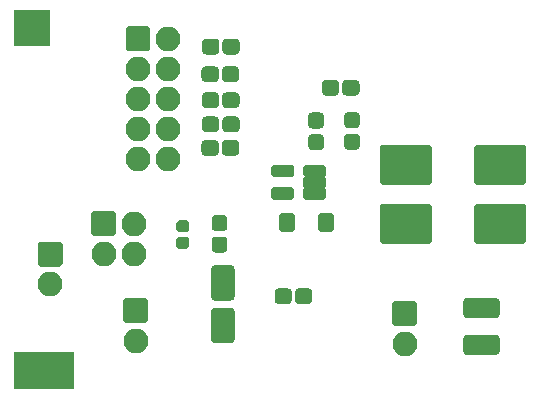
<source format=gbr>
%TF.GenerationSoftware,KiCad,Pcbnew,(5.1.10)-1*%
%TF.CreationDate,2021-10-08T19:19:36+02:00*%
%TF.ProjectId,board,626f6172-642e-46b6-9963-61645f706362,rev?*%
%TF.SameCoordinates,Original*%
%TF.FileFunction,Soldermask,Top*%
%TF.FilePolarity,Negative*%
%FSLAX46Y46*%
G04 Gerber Fmt 4.6, Leading zero omitted, Abs format (unit mm)*
G04 Created by KiCad (PCBNEW (5.1.10)-1) date 2021-10-08 19:19:36*
%MOMM*%
%LPD*%
G01*
G04 APERTURE LIST*
%ADD10C,0.100000*%
%ADD11O,2.100000X2.100000*%
G04 APERTURE END LIST*
D10*
G36*
X76000000Y-78000000D02*
G01*
X73000000Y-78000000D01*
X73000000Y-75000000D01*
X76000000Y-75000000D01*
X76000000Y-78000000D01*
G37*
X76000000Y-78000000D02*
X73000000Y-78000000D01*
X73000000Y-75000000D01*
X76000000Y-75000000D01*
X76000000Y-78000000D01*
G36*
X78000000Y-107000000D02*
G01*
X73000000Y-107000000D01*
X73000000Y-104000000D01*
X78000000Y-104000000D01*
X78000000Y-107000000D01*
G37*
X78000000Y-107000000D02*
X73000000Y-107000000D01*
X73000000Y-104000000D01*
X78000000Y-104000000D01*
X78000000Y-107000000D01*
%TO.C,C9*%
G36*
G01*
X113824531Y-104225000D02*
X111375469Y-104225000D01*
G75*
G02*
X111050000Y-103899531I0J325469D01*
G01*
X111050000Y-102825469D01*
G75*
G02*
X111375469Y-102500000I325469J0D01*
G01*
X113824531Y-102500000D01*
G75*
G02*
X114150000Y-102825469I0J-325469D01*
G01*
X114150000Y-103899531D01*
G75*
G02*
X113824531Y-104225000I-325469J0D01*
G01*
G37*
G36*
G01*
X113824531Y-101100000D02*
X111375469Y-101100000D01*
G75*
G02*
X111050000Y-100774531I0J325469D01*
G01*
X111050000Y-99700469D01*
G75*
G02*
X111375469Y-99375000I325469J0D01*
G01*
X113824531Y-99375000D01*
G75*
G02*
X114150000Y-99700469I0J-325469D01*
G01*
X114150000Y-100774531D01*
G75*
G02*
X113824531Y-101100000I-325469J0D01*
G01*
G37*
%TD*%
%TO.C,C1*%
G36*
G01*
X90012500Y-96610000D02*
X91387500Y-96610000D01*
G75*
G02*
X91700000Y-96922500I0J-312500D01*
G01*
X91700000Y-99297500D01*
G75*
G02*
X91387500Y-99610000I-312500J0D01*
G01*
X90012500Y-99610000D01*
G75*
G02*
X89700000Y-99297500I0J312500D01*
G01*
X89700000Y-96922500D01*
G75*
G02*
X90012500Y-96610000I312500J0D01*
G01*
G37*
G36*
G01*
X90012500Y-100210000D02*
X91387500Y-100210000D01*
G75*
G02*
X91700000Y-100522500I0J-312500D01*
G01*
X91700000Y-102897500D01*
G75*
G02*
X91387500Y-103210000I-312500J0D01*
G01*
X90012500Y-103210000D01*
G75*
G02*
X89700000Y-102897500I0J312500D01*
G01*
X89700000Y-100522500D01*
G75*
G02*
X90012500Y-100210000I312500J0D01*
G01*
G37*
%TD*%
%TO.C,C2*%
G36*
G01*
X92140000Y-77762500D02*
X92140000Y-78437500D01*
G75*
G02*
X91802500Y-78775000I-337500J0D01*
G01*
X91002500Y-78775000D01*
G75*
G02*
X90665000Y-78437500I0J337500D01*
G01*
X90665000Y-77762500D01*
G75*
G02*
X91002500Y-77425000I337500J0D01*
G01*
X91802500Y-77425000D01*
G75*
G02*
X92140000Y-77762500I0J-337500D01*
G01*
G37*
G36*
G01*
X90415000Y-77762500D02*
X90415000Y-78437500D01*
G75*
G02*
X90077500Y-78775000I-337500J0D01*
G01*
X89277500Y-78775000D01*
G75*
G02*
X88940000Y-78437500I0J337500D01*
G01*
X88940000Y-77762500D01*
G75*
G02*
X89277500Y-77425000I337500J0D01*
G01*
X90077500Y-77425000D01*
G75*
G02*
X90415000Y-77762500I0J-337500D01*
G01*
G37*
%TD*%
%TO.C,C3*%
G36*
G01*
X92090000Y-80102500D02*
X92090000Y-80777500D01*
G75*
G02*
X91752500Y-81115000I-337500J0D01*
G01*
X90952500Y-81115000D01*
G75*
G02*
X90615000Y-80777500I0J337500D01*
G01*
X90615000Y-80102500D01*
G75*
G02*
X90952500Y-79765000I337500J0D01*
G01*
X91752500Y-79765000D01*
G75*
G02*
X92090000Y-80102500I0J-337500D01*
G01*
G37*
G36*
G01*
X90365000Y-80102500D02*
X90365000Y-80777500D01*
G75*
G02*
X90027500Y-81115000I-337500J0D01*
G01*
X89227500Y-81115000D01*
G75*
G02*
X88890000Y-80777500I0J337500D01*
G01*
X88890000Y-80102500D01*
G75*
G02*
X89227500Y-79765000I337500J0D01*
G01*
X90027500Y-79765000D01*
G75*
G02*
X90365000Y-80102500I0J-337500D01*
G01*
G37*
%TD*%
%TO.C,C4*%
G36*
G01*
X92120000Y-82312500D02*
X92120000Y-82987500D01*
G75*
G02*
X91782500Y-83325000I-337500J0D01*
G01*
X90982500Y-83325000D01*
G75*
G02*
X90645000Y-82987500I0J337500D01*
G01*
X90645000Y-82312500D01*
G75*
G02*
X90982500Y-81975000I337500J0D01*
G01*
X91782500Y-81975000D01*
G75*
G02*
X92120000Y-82312500I0J-337500D01*
G01*
G37*
G36*
G01*
X90395000Y-82312500D02*
X90395000Y-82987500D01*
G75*
G02*
X90057500Y-83325000I-337500J0D01*
G01*
X89257500Y-83325000D01*
G75*
G02*
X88920000Y-82987500I0J337500D01*
G01*
X88920000Y-82312500D01*
G75*
G02*
X89257500Y-81975000I337500J0D01*
G01*
X90057500Y-81975000D01*
G75*
G02*
X90395000Y-82312500I0J-337500D01*
G01*
G37*
%TD*%
%TO.C,C5*%
G36*
G01*
X90395000Y-84352500D02*
X90395000Y-85027500D01*
G75*
G02*
X90057500Y-85365000I-337500J0D01*
G01*
X89257500Y-85365000D01*
G75*
G02*
X88920000Y-85027500I0J337500D01*
G01*
X88920000Y-84352500D01*
G75*
G02*
X89257500Y-84015000I337500J0D01*
G01*
X90057500Y-84015000D01*
G75*
G02*
X90395000Y-84352500I0J-337500D01*
G01*
G37*
G36*
G01*
X92120000Y-84352500D02*
X92120000Y-85027500D01*
G75*
G02*
X91782500Y-85365000I-337500J0D01*
G01*
X90982500Y-85365000D01*
G75*
G02*
X90645000Y-85027500I0J337500D01*
G01*
X90645000Y-84352500D01*
G75*
G02*
X90982500Y-84015000I337500J0D01*
G01*
X91782500Y-84015000D01*
G75*
G02*
X92120000Y-84352500I0J-337500D01*
G01*
G37*
%TD*%
%TO.C,C6*%
G36*
G01*
X92090000Y-86342500D02*
X92090000Y-87017500D01*
G75*
G02*
X91752500Y-87355000I-337500J0D01*
G01*
X90952500Y-87355000D01*
G75*
G02*
X90615000Y-87017500I0J337500D01*
G01*
X90615000Y-86342500D01*
G75*
G02*
X90952500Y-86005000I337500J0D01*
G01*
X91752500Y-86005000D01*
G75*
G02*
X92090000Y-86342500I0J-337500D01*
G01*
G37*
G36*
G01*
X90365000Y-86342500D02*
X90365000Y-87017500D01*
G75*
G02*
X90027500Y-87355000I-337500J0D01*
G01*
X89227500Y-87355000D01*
G75*
G02*
X88890000Y-87017500I0J337500D01*
G01*
X88890000Y-86342500D01*
G75*
G02*
X89227500Y-86005000I337500J0D01*
G01*
X90027500Y-86005000D01*
G75*
G02*
X90365000Y-86342500I0J-337500D01*
G01*
G37*
%TD*%
%TO.C,C7*%
G36*
G01*
X96805000Y-99577500D02*
X96805000Y-98902500D01*
G75*
G02*
X97142500Y-98565000I337500J0D01*
G01*
X97942500Y-98565000D01*
G75*
G02*
X98280000Y-98902500I0J-337500D01*
G01*
X98280000Y-99577500D01*
G75*
G02*
X97942500Y-99915000I-337500J0D01*
G01*
X97142500Y-99915000D01*
G75*
G02*
X96805000Y-99577500I0J337500D01*
G01*
G37*
G36*
G01*
X95080000Y-99577500D02*
X95080000Y-98902500D01*
G75*
G02*
X95417500Y-98565000I337500J0D01*
G01*
X96217500Y-98565000D01*
G75*
G02*
X96555000Y-98902500I0J-337500D01*
G01*
X96555000Y-99577500D01*
G75*
G02*
X96217500Y-99915000I-337500J0D01*
G01*
X95417500Y-99915000D01*
G75*
G02*
X95080000Y-99577500I0J337500D01*
G01*
G37*
%TD*%
%TO.C,C8*%
G36*
G01*
X100805000Y-81917500D02*
X100805000Y-81242500D01*
G75*
G02*
X101142500Y-80905000I337500J0D01*
G01*
X101942500Y-80905000D01*
G75*
G02*
X102280000Y-81242500I0J-337500D01*
G01*
X102280000Y-81917500D01*
G75*
G02*
X101942500Y-82255000I-337500J0D01*
G01*
X101142500Y-82255000D01*
G75*
G02*
X100805000Y-81917500I0J337500D01*
G01*
G37*
G36*
G01*
X99080000Y-81917500D02*
X99080000Y-81242500D01*
G75*
G02*
X99417500Y-80905000I337500J0D01*
G01*
X100217500Y-80905000D01*
G75*
G02*
X100555000Y-81242500I0J-337500D01*
G01*
X100555000Y-81917500D01*
G75*
G02*
X100217500Y-82255000I-337500J0D01*
G01*
X99417500Y-82255000D01*
G75*
G02*
X99080000Y-81917500I0J337500D01*
G01*
G37*
%TD*%
%TO.C,D1*%
G36*
G01*
X86970000Y-92820000D02*
X87670000Y-92820000D01*
G75*
G02*
X87870000Y-93020000I0J-200000D01*
G01*
X87870000Y-93620000D01*
G75*
G02*
X87670000Y-93820000I-200000J0D01*
G01*
X86970000Y-93820000D01*
G75*
G02*
X86770000Y-93620000I0J200000D01*
G01*
X86770000Y-93020000D01*
G75*
G02*
X86970000Y-92820000I200000J0D01*
G01*
G37*
G36*
G01*
X86970000Y-94220000D02*
X87670000Y-94220000D01*
G75*
G02*
X87870000Y-94420000I0J-200000D01*
G01*
X87870000Y-95020000D01*
G75*
G02*
X87670000Y-95220000I-200000J0D01*
G01*
X86970000Y-95220000D01*
G75*
G02*
X86770000Y-95020000I0J200000D01*
G01*
X86770000Y-94420000D01*
G75*
G02*
X86970000Y-94220000I200000J0D01*
G01*
G37*
%TD*%
%TO.C,D2*%
G36*
G01*
X100100000Y-92400000D02*
X100100000Y-93600000D01*
G75*
G02*
X99900000Y-93800000I-200000J0D01*
G01*
X99000000Y-93800000D01*
G75*
G02*
X98800000Y-93600000I0J200000D01*
G01*
X98800000Y-92400000D01*
G75*
G02*
X99000000Y-92200000I200000J0D01*
G01*
X99900000Y-92200000D01*
G75*
G02*
X100100000Y-92400000I0J-200000D01*
G01*
G37*
G36*
G01*
X96800000Y-92400000D02*
X96800000Y-93600000D01*
G75*
G02*
X96600000Y-93800000I-200000J0D01*
G01*
X95700000Y-93800000D01*
G75*
G02*
X95500000Y-93600000I0J200000D01*
G01*
X95500000Y-92400000D01*
G75*
G02*
X95700000Y-92200000I200000J0D01*
G01*
X96600000Y-92200000D01*
G75*
G02*
X96800000Y-92400000I0J-200000D01*
G01*
G37*
%TD*%
%TO.C,J1*%
G36*
G01*
X82260000Y-101300000D02*
X82260000Y-99600000D01*
G75*
G02*
X82460000Y-99400000I200000J0D01*
G01*
X84160000Y-99400000D01*
G75*
G02*
X84360000Y-99600000I0J-200000D01*
G01*
X84360000Y-101300000D01*
G75*
G02*
X84160000Y-101500000I-200000J0D01*
G01*
X82460000Y-101500000D01*
G75*
G02*
X82260000Y-101300000I0J200000D01*
G01*
G37*
D11*
X83310000Y-102990000D03*
%TD*%
%TO.C,J2*%
X76080000Y-98210000D03*
G36*
G01*
X75030000Y-96520000D02*
X75030000Y-94820000D01*
G75*
G02*
X75230000Y-94620000I200000J0D01*
G01*
X76930000Y-94620000D01*
G75*
G02*
X77130000Y-94820000I0J-200000D01*
G01*
X77130000Y-96520000D01*
G75*
G02*
X76930000Y-96720000I-200000J0D01*
G01*
X75230000Y-96720000D01*
G75*
G02*
X75030000Y-96520000I0J200000D01*
G01*
G37*
%TD*%
%TO.C,J3*%
G36*
G01*
X105050000Y-101550000D02*
X105050000Y-99850000D01*
G75*
G02*
X105250000Y-99650000I200000J0D01*
G01*
X106950000Y-99650000D01*
G75*
G02*
X107150000Y-99850000I0J-200000D01*
G01*
X107150000Y-101550000D01*
G75*
G02*
X106950000Y-101750000I-200000J0D01*
G01*
X105250000Y-101750000D01*
G75*
G02*
X105050000Y-101550000I0J200000D01*
G01*
G37*
X106100000Y-103240000D03*
%TD*%
%TO.C,J4*%
G36*
G01*
X79560000Y-93930000D02*
X79560000Y-92230000D01*
G75*
G02*
X79760000Y-92030000I200000J0D01*
G01*
X81460000Y-92030000D01*
G75*
G02*
X81660000Y-92230000I0J-200000D01*
G01*
X81660000Y-93930000D01*
G75*
G02*
X81460000Y-94130000I-200000J0D01*
G01*
X79760000Y-94130000D01*
G75*
G02*
X79560000Y-93930000I0J200000D01*
G01*
G37*
X83150000Y-93080000D03*
X80610000Y-95620000D03*
X83150000Y-95620000D03*
%TD*%
%TO.C,J5*%
G36*
G01*
X82470000Y-78290000D02*
X82470000Y-76590000D01*
G75*
G02*
X82670000Y-76390000I200000J0D01*
G01*
X84370000Y-76390000D01*
G75*
G02*
X84570000Y-76590000I0J-200000D01*
G01*
X84570000Y-78290000D01*
G75*
G02*
X84370000Y-78490000I-200000J0D01*
G01*
X82670000Y-78490000D01*
G75*
G02*
X82470000Y-78290000I0J200000D01*
G01*
G37*
X86060000Y-77440000D03*
X83520000Y-79980000D03*
X86060000Y-79980000D03*
X83520000Y-82520000D03*
X86060000Y-82520000D03*
X83520000Y-85060000D03*
X86060000Y-85060000D03*
X83520000Y-87600000D03*
X86060000Y-87600000D03*
%TD*%
%TO.C,L1*%
G36*
G01*
X112200000Y-86400000D02*
X116200000Y-86400000D01*
G75*
G02*
X116400000Y-86600000I0J-200000D01*
G01*
X116400000Y-89600000D01*
G75*
G02*
X116200000Y-89800000I-200000J0D01*
G01*
X112200000Y-89800000D01*
G75*
G02*
X112000000Y-89600000I0J200000D01*
G01*
X112000000Y-86600000D01*
G75*
G02*
X112200000Y-86400000I200000J0D01*
G01*
G37*
G36*
G01*
X104200000Y-86400000D02*
X108200000Y-86400000D01*
G75*
G02*
X108400000Y-86600000I0J-200000D01*
G01*
X108400000Y-89600000D01*
G75*
G02*
X108200000Y-89800000I-200000J0D01*
G01*
X104200000Y-89800000D01*
G75*
G02*
X104000000Y-89600000I0J200000D01*
G01*
X104000000Y-86600000D01*
G75*
G02*
X104200000Y-86400000I200000J0D01*
G01*
G37*
G36*
G01*
X104200000Y-91400000D02*
X108200000Y-91400000D01*
G75*
G02*
X108400000Y-91600000I0J-200000D01*
G01*
X108400000Y-94600000D01*
G75*
G02*
X108200000Y-94800000I-200000J0D01*
G01*
X104200000Y-94800000D01*
G75*
G02*
X104000000Y-94600000I0J200000D01*
G01*
X104000000Y-91600000D01*
G75*
G02*
X104200000Y-91400000I200000J0D01*
G01*
G37*
G36*
G01*
X112200000Y-91400000D02*
X116200000Y-91400000D01*
G75*
G02*
X116400000Y-91600000I0J-200000D01*
G01*
X116400000Y-94600000D01*
G75*
G02*
X116200000Y-94800000I-200000J0D01*
G01*
X112200000Y-94800000D01*
G75*
G02*
X112000000Y-94600000I0J200000D01*
G01*
X112000000Y-91600000D01*
G75*
G02*
X112200000Y-91400000I200000J0D01*
G01*
G37*
%TD*%
%TO.C,R1*%
G36*
G01*
X90082500Y-92362500D02*
X90757500Y-92362500D01*
G75*
G02*
X91095000Y-92700000I0J-337500D01*
G01*
X91095000Y-93400000D01*
G75*
G02*
X90757500Y-93737500I-337500J0D01*
G01*
X90082500Y-93737500D01*
G75*
G02*
X89745000Y-93400000I0J337500D01*
G01*
X89745000Y-92700000D01*
G75*
G02*
X90082500Y-92362500I337500J0D01*
G01*
G37*
G36*
G01*
X90082500Y-94187500D02*
X90757500Y-94187500D01*
G75*
G02*
X91095000Y-94525000I0J-337500D01*
G01*
X91095000Y-95225000D01*
G75*
G02*
X90757500Y-95562500I-337500J0D01*
G01*
X90082500Y-95562500D01*
G75*
G02*
X89745000Y-95225000I0J337500D01*
G01*
X89745000Y-94525000D01*
G75*
G02*
X90082500Y-94187500I337500J0D01*
G01*
G37*
%TD*%
%TO.C,R2*%
G36*
G01*
X98262500Y-83670000D02*
X98937500Y-83670000D01*
G75*
G02*
X99275000Y-84007500I0J-337500D01*
G01*
X99275000Y-84707500D01*
G75*
G02*
X98937500Y-85045000I-337500J0D01*
G01*
X98262500Y-85045000D01*
G75*
G02*
X97925000Y-84707500I0J337500D01*
G01*
X97925000Y-84007500D01*
G75*
G02*
X98262500Y-83670000I337500J0D01*
G01*
G37*
G36*
G01*
X98262500Y-85495000D02*
X98937500Y-85495000D01*
G75*
G02*
X99275000Y-85832500I0J-337500D01*
G01*
X99275000Y-86532500D01*
G75*
G02*
X98937500Y-86870000I-337500J0D01*
G01*
X98262500Y-86870000D01*
G75*
G02*
X97925000Y-86532500I0J337500D01*
G01*
X97925000Y-85832500D01*
G75*
G02*
X98262500Y-85495000I337500J0D01*
G01*
G37*
%TD*%
%TO.C,R3*%
G36*
G01*
X101302500Y-85465000D02*
X101977500Y-85465000D01*
G75*
G02*
X102315000Y-85802500I0J-337500D01*
G01*
X102315000Y-86502500D01*
G75*
G02*
X101977500Y-86840000I-337500J0D01*
G01*
X101302500Y-86840000D01*
G75*
G02*
X100965000Y-86502500I0J337500D01*
G01*
X100965000Y-85802500D01*
G75*
G02*
X101302500Y-85465000I337500J0D01*
G01*
G37*
G36*
G01*
X101302500Y-83640000D02*
X101977500Y-83640000D01*
G75*
G02*
X102315000Y-83977500I0J-337500D01*
G01*
X102315000Y-84677500D01*
G75*
G02*
X101977500Y-85015000I-337500J0D01*
G01*
X101302500Y-85015000D01*
G75*
G02*
X100965000Y-84677500I0J337500D01*
G01*
X100965000Y-83977500D01*
G75*
G02*
X101302500Y-83640000I337500J0D01*
G01*
G37*
%TD*%
%TO.C,VR1*%
G36*
G01*
X99450000Y-90215000D02*
X99450000Y-90865000D01*
G75*
G02*
X99250000Y-91065000I-200000J0D01*
G01*
X97690000Y-91065000D01*
G75*
G02*
X97490000Y-90865000I0J200000D01*
G01*
X97490000Y-90215000D01*
G75*
G02*
X97690000Y-90015000I200000J0D01*
G01*
X99250000Y-90015000D01*
G75*
G02*
X99450000Y-90215000I0J-200000D01*
G01*
G37*
G36*
G01*
X99450000Y-89265000D02*
X99450000Y-89915000D01*
G75*
G02*
X99250000Y-90115000I-200000J0D01*
G01*
X97690000Y-90115000D01*
G75*
G02*
X97490000Y-89915000I0J200000D01*
G01*
X97490000Y-89265000D01*
G75*
G02*
X97690000Y-89065000I200000J0D01*
G01*
X99250000Y-89065000D01*
G75*
G02*
X99450000Y-89265000I0J-200000D01*
G01*
G37*
G36*
G01*
X99450000Y-88315000D02*
X99450000Y-88965000D01*
G75*
G02*
X99250000Y-89165000I-200000J0D01*
G01*
X97690000Y-89165000D01*
G75*
G02*
X97490000Y-88965000I0J200000D01*
G01*
X97490000Y-88315000D01*
G75*
G02*
X97690000Y-88115000I200000J0D01*
G01*
X99250000Y-88115000D01*
G75*
G02*
X99450000Y-88315000I0J-200000D01*
G01*
G37*
G36*
G01*
X96750000Y-88315000D02*
X96750000Y-88965000D01*
G75*
G02*
X96550000Y-89165000I-200000J0D01*
G01*
X94990000Y-89165000D01*
G75*
G02*
X94790000Y-88965000I0J200000D01*
G01*
X94790000Y-88315000D01*
G75*
G02*
X94990000Y-88115000I200000J0D01*
G01*
X96550000Y-88115000D01*
G75*
G02*
X96750000Y-88315000I0J-200000D01*
G01*
G37*
G36*
G01*
X96750000Y-90215000D02*
X96750000Y-90865000D01*
G75*
G02*
X96550000Y-91065000I-200000J0D01*
G01*
X94990000Y-91065000D01*
G75*
G02*
X94790000Y-90865000I0J200000D01*
G01*
X94790000Y-90215000D01*
G75*
G02*
X94990000Y-90015000I200000J0D01*
G01*
X96550000Y-90015000D01*
G75*
G02*
X96750000Y-90215000I0J-200000D01*
G01*
G37*
%TD*%
M02*

</source>
